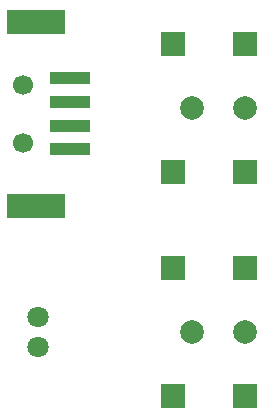
<source format=gbr>
G04 #@! TF.FileFunction,Soldermask,Top*
%FSLAX46Y46*%
G04 Gerber Fmt 4.6, Leading zero omitted, Abs format (unit mm)*
G04 Created by KiCad (PCBNEW 4.0.6-e0-6349~53~ubuntu16.04.1) date Thu Jul 20 21:21:51 2017*
%MOMM*%
%LPD*%
G01*
G04 APERTURE LIST*
%ADD10C,0.150000*%
%ADD11C,1.998980*%
%ADD12R,1.998980X1.998980*%
%ADD13R,5.000000X2.000000*%
%ADD14C,1.700000*%
%ADD15R,3.390000X1.120000*%
%ADD16C,1.800000*%
G04 APERTURE END LIST*
D10*
D11*
X45999240Y-27000000D03*
D12*
X50500120Y-32410200D03*
X44399040Y-32410200D03*
X50500120Y-21584720D03*
X44399040Y-21584720D03*
D11*
X50500120Y-27000000D03*
D13*
X32800000Y-35300000D03*
X32800000Y-19700000D03*
D14*
X31700000Y-30000000D03*
D15*
X35700000Y-30500000D03*
X35700000Y-24500000D03*
X35700000Y-26500000D03*
X35700000Y-28500000D03*
D14*
X31700000Y-25100000D03*
D16*
X33000000Y-44740160D03*
X33000000Y-47280160D03*
D11*
X45999240Y-46000000D03*
D12*
X50500120Y-51410200D03*
X44399040Y-51410200D03*
X50500120Y-40584720D03*
X44399040Y-40584720D03*
D11*
X50500120Y-46000000D03*
M02*

</source>
